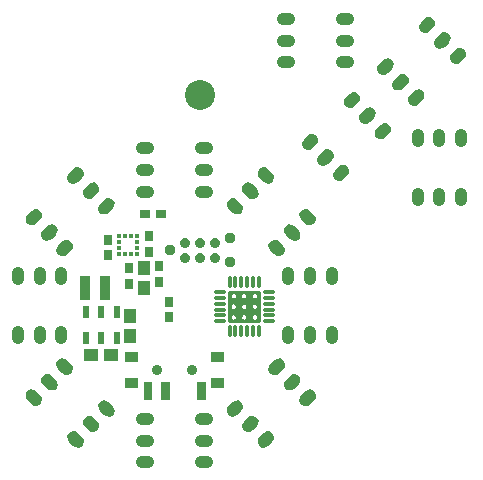
<source format=gts>
G04 DipTrace 2.4.0.2*
%INmale.gts*%
%MOMM*%
%ADD10C,0.25*%
%ADD20C,0.165*%
%ADD29R,0.5X1.0*%
%ADD47C,0.95*%
%ADD48C,0.9*%
%ADD49C,2.54*%
%ADD53R,0.325X0.3*%
%ADD54R,0.3X0.325*%
%ADD55R,0.75X0.95*%
%ADD56R,0.95X0.75*%
%ADD59O,1.55X1.05*%
%ADD60R,0.9X2.05*%
%ADD61R,1.05X1.15*%
%ADD62R,1.15X1.05*%
%ADD63O,1.05X1.55*%
%ADD67O,0.33X1.05*%
%ADD68O,1.05X0.33*%
%FSLAX53Y53*%
G04*
G71*
G90*
G75*
G01*
%LNTopMask*%
%LPD*%
X32226Y27262D2*
D20*
X32227Y27281D1*
X32228Y27301D1*
X32232Y27320D1*
X32236Y27339D1*
X32242Y27358D1*
X32249Y27376D1*
X32257Y27393D1*
X32266Y27410D1*
X32277Y27426D1*
X32288Y27442D1*
X32301Y27456D1*
X32314Y27470D1*
X32328Y27482D1*
X32343Y27494D1*
X32359Y27504D1*
X32376Y27513D1*
X32393Y27521D1*
X32410Y27528D1*
X32428Y27533D1*
X32446Y27537D1*
X32465Y27540D1*
X32483Y27541D1*
X32502D1*
X32520Y27540D1*
X32539Y27537D1*
X32557Y27533D1*
X32575Y27528D1*
X32592Y27521D1*
X32609Y27513D1*
X32626Y27504D1*
X32642Y27494D1*
X32657Y27482D1*
X32671Y27470D1*
X32684Y27456D1*
X32697Y27442D1*
X32708Y27426D1*
X32719Y27410D1*
X32728Y27393D1*
X32736Y27376D1*
X32743Y27358D1*
X32749Y27339D1*
X32753Y27320D1*
X32757Y27301D1*
X32758Y27281D1*
X32759Y27262D1*
X32758Y27242D1*
X32757Y27223D1*
X32753Y27204D1*
X32749Y27185D1*
X32743Y27166D1*
X32736Y27148D1*
X32728Y27131D1*
X32719Y27114D1*
X32708Y27098D1*
X32697Y27082D1*
X32684Y27068D1*
X32671Y27054D1*
X32657Y27042D1*
X32642Y27030D1*
X32626Y27020D1*
X32609Y27011D1*
X32592Y27003D1*
X32575Y26996D1*
X32557Y26991D1*
X32539Y26987D1*
X32520Y26984D1*
X32502Y26983D1*
X32483D1*
X32465Y26984D1*
X32446Y26987D1*
X32428Y26991D1*
X32410Y26996D1*
X32393Y27003D1*
X32376Y27011D1*
X32359Y27020D1*
X32343Y27030D1*
X32328Y27042D1*
X32314Y27054D1*
X32301Y27068D1*
X32288Y27082D1*
X32277Y27098D1*
X32266Y27114D1*
X32257Y27131D1*
X32249Y27148D1*
X32242Y27166D1*
X32236Y27185D1*
X32232Y27204D1*
X32228Y27223D1*
X32227Y27242D1*
X32226Y27262D1*
X33129D2*
X33130Y27281D1*
X33132Y27301D1*
X33135Y27320D1*
X33139Y27339D1*
X33145Y27358D1*
X33152Y27376D1*
X33160Y27393D1*
X33170Y27410D1*
X33180Y27426D1*
X33192Y27442D1*
X33204Y27456D1*
X33217Y27470D1*
X33232Y27482D1*
X33247Y27494D1*
X33262Y27504D1*
X33279Y27513D1*
X33296Y27521D1*
X33313Y27528D1*
X33331Y27533D1*
X33349Y27537D1*
X33368Y27540D1*
X33386Y27541D1*
X33405D1*
X33424Y27540D1*
X33442Y27537D1*
X33460Y27533D1*
X33478Y27528D1*
X33496Y27521D1*
X33513Y27513D1*
X33529Y27504D1*
X33545Y27494D1*
X33560Y27482D1*
X33574Y27470D1*
X33588Y27456D1*
X33600Y27442D1*
X33611Y27426D1*
X33622Y27410D1*
X33631Y27393D1*
X33639Y27376D1*
X33646Y27358D1*
X33652Y27339D1*
X33657Y27320D1*
X33660Y27301D1*
X33662Y27281D1*
Y27262D1*
Y27242D1*
X33660Y27223D1*
X33657Y27204D1*
X33652Y27185D1*
X33646Y27166D1*
X33639Y27148D1*
X33631Y27131D1*
X33622Y27114D1*
X33611Y27098D1*
X33600Y27082D1*
X33588Y27068D1*
X33574Y27054D1*
X33560Y27042D1*
X33545Y27030D1*
X33529Y27020D1*
X33513Y27011D1*
X33496Y27003D1*
X33478Y26996D1*
X33460Y26991D1*
X33442Y26987D1*
X33424Y26984D1*
X33405Y26983D1*
X33386D1*
X33368Y26984D1*
X33349Y26987D1*
X33331Y26991D1*
X33313Y26996D1*
X33296Y27003D1*
X33279Y27011D1*
X33262Y27020D1*
X33247Y27030D1*
X33232Y27042D1*
X33217Y27054D1*
X33204Y27068D1*
X33192Y27082D1*
X33180Y27098D1*
X33170Y27114D1*
X33160Y27131D1*
X33152Y27148D1*
X33145Y27166D1*
X33139Y27185D1*
X33135Y27204D1*
X33132Y27223D1*
X33130Y27242D1*
X33129Y27262D1*
X31319Y26365D2*
X31320Y26385D1*
X31322Y26404D1*
X31325Y26423D1*
X31330Y26442D1*
X31335Y26461D1*
X31342Y26479D1*
X31350Y26497D1*
X31360Y26513D1*
X31370Y26530D1*
X31382Y26545D1*
X31394Y26559D1*
X31407Y26573D1*
X31422Y26586D1*
X31437Y26597D1*
X31453Y26607D1*
X31469Y26617D1*
X31486Y26624D1*
X31503Y26631D1*
X31521Y26637D1*
X31540Y26641D1*
X31558Y26643D1*
X31577Y26645D1*
X31595D1*
X31614Y26643D1*
X31632Y26641D1*
X31650Y26637D1*
X31668Y26631D1*
X31686Y26624D1*
X31703Y26617D1*
X31719Y26607D1*
X31735Y26597D1*
X31750Y26586D1*
X31764Y26573D1*
X31778Y26559D1*
X31790Y26545D1*
X31802Y26530D1*
X31812Y26513D1*
X31821Y26497D1*
X31829Y26479D1*
X31836Y26461D1*
X31842Y26442D1*
X31847Y26423D1*
X31850Y26404D1*
X31852Y26385D1*
Y26365D1*
Y26346D1*
X31850Y26326D1*
X31847Y26307D1*
X31842Y26288D1*
X31836Y26270D1*
X31829Y26252D1*
X31821Y26234D1*
X31812Y26217D1*
X31802Y26201D1*
X31790Y26186D1*
X31778Y26171D1*
X31764Y26158D1*
X31750Y26145D1*
X31735Y26134D1*
X31719Y26123D1*
X31703Y26114D1*
X31686Y26106D1*
X31668Y26100D1*
X31650Y26094D1*
X31632Y26090D1*
X31614Y26087D1*
X31595Y26086D1*
X31577D1*
X31558Y26087D1*
X31540Y26090D1*
X31521Y26094D1*
X31503Y26100D1*
X31486Y26106D1*
X31469Y26114D1*
X31453Y26123D1*
X31437Y26134D1*
X31422Y26145D1*
X31407Y26158D1*
X31394Y26171D1*
X31382Y26186D1*
X31370Y26201D1*
X31360Y26217D1*
X31350Y26234D1*
X31342Y26252D1*
X31335Y26270D1*
X31330Y26288D1*
X31325Y26307D1*
X31322Y26326D1*
X31320Y26346D1*
X31319Y26365D1*
X32219Y26362D2*
X32220Y26382D1*
X32222Y26401D1*
X32225Y26420D1*
X32229Y26439D1*
X32235Y26458D1*
X32242Y26476D1*
X32250Y26493D1*
X32260Y26510D1*
X32270Y26526D1*
X32281Y26542D1*
X32294Y26556D1*
X32307Y26570D1*
X32322Y26582D1*
X32337Y26594D1*
X32352Y26604D1*
X32369Y26613D1*
X32386Y26621D1*
X32403Y26628D1*
X32421Y26633D1*
X32439Y26637D1*
X32458Y26640D1*
X32476Y26641D1*
X32495D1*
X32514Y26640D1*
X32532Y26637D1*
X32550Y26633D1*
X32568Y26628D1*
X32586Y26621D1*
X32603Y26613D1*
X32619Y26604D1*
X32635Y26594D1*
X32650Y26582D1*
X32664Y26570D1*
X32677Y26556D1*
X32690Y26542D1*
X32701Y26526D1*
X32712Y26510D1*
X32721Y26493D1*
X32729Y26476D1*
X32736Y26458D1*
X32742Y26439D1*
X32746Y26420D1*
X32750Y26401D1*
X32752Y26382D1*
Y26362D1*
Y26343D1*
X32750Y26323D1*
X32746Y26304D1*
X32742Y26285D1*
X32736Y26267D1*
X32729Y26248D1*
X32721Y26231D1*
X32712Y26214D1*
X32701Y26198D1*
X32690Y26183D1*
X32677Y26168D1*
X32664Y26155D1*
X32650Y26142D1*
X32635Y26131D1*
X32619Y26120D1*
X32603Y26111D1*
X32586Y26103D1*
X32568Y26096D1*
X32550Y26091D1*
X32532Y26087D1*
X32514Y26084D1*
X32495Y26083D1*
X32476D1*
X32458Y26084D1*
X32439Y26087D1*
X32421Y26091D1*
X32403Y26096D1*
X32386Y26103D1*
X32369Y26111D1*
X32352Y26120D1*
X32337Y26131D1*
X32322Y26142D1*
X32307Y26155D1*
X32294Y26168D1*
X32281Y26183D1*
X32270Y26198D1*
X32260Y26214D1*
X32250Y26231D1*
X32242Y26248D1*
X32235Y26267D1*
X32229Y26285D1*
X32225Y26304D1*
X32222Y26323D1*
X32220Y26343D1*
X32219Y26362D1*
X32229D2*
X32230Y26382D1*
X32232Y26401D1*
X32235Y26420D1*
X32240Y26439D1*
X32245Y26458D1*
X32252Y26476D1*
X32260Y26493D1*
X32270Y26510D1*
X32280Y26526D1*
X32292Y26542D1*
X32304Y26556D1*
X32317Y26570D1*
X32332Y26582D1*
X32347Y26594D1*
X32363Y26604D1*
X32379Y26613D1*
X32396Y26621D1*
X32413Y26628D1*
X32431Y26633D1*
X32450Y26637D1*
X32468Y26640D1*
X32487Y26641D1*
X32505D1*
X32524Y26640D1*
X32542Y26637D1*
X32560Y26633D1*
X32578Y26628D1*
X32596Y26621D1*
X32613Y26613D1*
X32629Y26604D1*
X32645Y26594D1*
X32660Y26582D1*
X32674Y26570D1*
X32688Y26556D1*
X32700Y26542D1*
X32712Y26526D1*
X32722Y26510D1*
X32731Y26493D1*
X32739Y26476D1*
X32746Y26458D1*
X32752Y26439D1*
X32757Y26420D1*
X32760Y26401D1*
X32762Y26382D1*
X32763Y26362D1*
X32762Y26343D1*
X32760Y26323D1*
X32757Y26304D1*
X32752Y26285D1*
X32746Y26267D1*
X32739Y26248D1*
X32731Y26231D1*
X32722Y26214D1*
X32712Y26198D1*
X32700Y26183D1*
X32688Y26168D1*
X32674Y26155D1*
X32660Y26142D1*
X32645Y26131D1*
X32629Y26120D1*
X32613Y26111D1*
X32596Y26103D1*
X32578Y26096D1*
X32560Y26091D1*
X32542Y26087D1*
X32524Y26084D1*
X32505Y26083D1*
X32487D1*
X32468Y26084D1*
X32450Y26087D1*
X32431Y26091D1*
X32413Y26096D1*
X32396Y26103D1*
X32379Y26111D1*
X32363Y26120D1*
X32347Y26131D1*
X32332Y26142D1*
X32317Y26155D1*
X32304Y26168D1*
X32292Y26183D1*
X32280Y26198D1*
X32270Y26214D1*
X32260Y26231D1*
X32252Y26248D1*
X32245Y26267D1*
X32240Y26285D1*
X32235Y26304D1*
X32232Y26323D1*
X32230Y26343D1*
X32229Y26362D1*
X33126Y26369D2*
Y26388D1*
X33128Y26408D1*
X33132Y26427D1*
X33136Y26446D1*
X33142Y26464D1*
X33149Y26482D1*
X33157Y26500D1*
X33166Y26517D1*
X33177Y26533D1*
X33188Y26548D1*
X33201Y26563D1*
X33214Y26576D1*
X33228Y26589D1*
X33243Y26600D1*
X33259Y26610D1*
X33275Y26620D1*
X33292Y26628D1*
X33310Y26634D1*
X33328Y26640D1*
X33346Y26644D1*
X33364Y26646D1*
X33383Y26648D1*
X33402D1*
X33420Y26646D1*
X33439Y26644D1*
X33457Y26640D1*
X33475Y26634D1*
X33492Y26628D1*
X33509Y26620D1*
X33526Y26610D1*
X33541Y26600D1*
X33556Y26589D1*
X33571Y26576D1*
X33584Y26563D1*
X33597Y26548D1*
X33608Y26533D1*
X33618Y26517D1*
X33628Y26500D1*
X33636Y26482D1*
X33643Y26464D1*
X33649Y26446D1*
X33653Y26427D1*
X33656Y26408D1*
X33658Y26388D1*
X33659Y26369D1*
X33658Y26349D1*
X33656Y26330D1*
X33653Y26311D1*
X33649Y26292D1*
X33643Y26273D1*
X33636Y26255D1*
X33628Y26238D1*
X33618Y26221D1*
X33608Y26205D1*
X33597Y26189D1*
X33584Y26175D1*
X33571Y26161D1*
X33556Y26149D1*
X33541Y26137D1*
X33526Y26127D1*
X33509Y26118D1*
X33492Y26110D1*
X33475Y26103D1*
X33457Y26098D1*
X33439Y26094D1*
X33420Y26091D1*
X33402Y26090D1*
X33383D1*
X33364Y26091D1*
X33346Y26094D1*
X33328Y26098D1*
X33310Y26103D1*
X33292Y26110D1*
X33275Y26118D1*
X33259Y26127D1*
X33243Y26137D1*
X33228Y26149D1*
X33214Y26161D1*
X33201Y26175D1*
X33188Y26189D1*
X33177Y26205D1*
X33166Y26221D1*
X33157Y26238D1*
X33149Y26255D1*
X33142Y26273D1*
X33136Y26292D1*
X33132Y26311D1*
X33128Y26330D1*
X33126Y26349D1*
Y26369D1*
X32222Y25462D2*
X32223Y25481D1*
X32225Y25501D1*
X32228Y25520D1*
X32233Y25539D1*
X32239Y25557D1*
X32246Y25575D1*
X32254Y25593D1*
X32263Y25610D1*
X32273Y25626D1*
X32285Y25641D1*
X32297Y25656D1*
X32311Y25669D1*
X32325Y25682D1*
X32340Y25693D1*
X32356Y25704D1*
X32372Y25713D1*
X32389Y25721D1*
X32407Y25727D1*
X32425Y25733D1*
X32443Y25737D1*
X32461Y25740D1*
X32480Y25741D1*
X32498D1*
X32517Y25740D1*
X32535Y25737D1*
X32554Y25733D1*
X32571Y25727D1*
X32589Y25721D1*
X32606Y25713D1*
X32622Y25704D1*
X32638Y25693D1*
X32653Y25682D1*
X32667Y25669D1*
X32681Y25656D1*
X32693Y25641D1*
X32705Y25626D1*
X32715Y25610D1*
X32724Y25593D1*
X32733Y25575D1*
X32740Y25557D1*
X32745Y25539D1*
X32750Y25520D1*
X32753Y25501D1*
X32755Y25481D1*
X32756Y25462D1*
X32755Y25442D1*
X32753Y25423D1*
X32750Y25404D1*
X32745Y25385D1*
X32740Y25366D1*
X32733Y25348D1*
X32724Y25331D1*
X32715Y25314D1*
X32705Y25298D1*
X32693Y25282D1*
X32681Y25268D1*
X32667Y25254D1*
X32653Y25242D1*
X32638Y25230D1*
X32622Y25220D1*
X32606Y25211D1*
X32589Y25203D1*
X32571Y25196D1*
X32554Y25191D1*
X32535Y25187D1*
X32517Y25184D1*
X32498Y25183D1*
X32480D1*
X32461Y25184D1*
X32443Y25187D1*
X32425Y25191D1*
X32407Y25196D1*
X32389Y25203D1*
X32372Y25211D1*
X32356Y25220D1*
X32340Y25230D1*
X32325Y25242D1*
X32311Y25254D1*
X32297Y25268D1*
X32285Y25282D1*
X32273Y25298D1*
X32263Y25314D1*
X32254Y25331D1*
X32246Y25348D1*
X32239Y25366D1*
X32233Y25385D1*
X32228Y25404D1*
X32225Y25423D1*
X32223Y25442D1*
X32222Y25462D1*
X31326D2*
X31327Y25481D1*
X31329Y25501D1*
X31332Y25520D1*
X31336Y25539D1*
X31342Y25557D1*
X31349Y25575D1*
X31357Y25593D1*
X31367Y25610D1*
X31377Y25626D1*
X31388Y25641D1*
X31401Y25656D1*
X31414Y25669D1*
X31428Y25682D1*
X31444Y25693D1*
X31459Y25704D1*
X31476Y25713D1*
X31493Y25721D1*
X31510Y25727D1*
X31528Y25733D1*
X31546Y25737D1*
X31565Y25740D1*
X31583Y25741D1*
X31602D1*
X31620Y25740D1*
X31639Y25737D1*
X31657Y25733D1*
X31675Y25727D1*
X31692Y25721D1*
X31709Y25713D1*
X31726Y25704D1*
X31742Y25693D1*
X31757Y25682D1*
X31771Y25669D1*
X31784Y25656D1*
X31797Y25641D1*
X31808Y25626D1*
X31819Y25610D1*
X31828Y25593D1*
X31836Y25575D1*
X31843Y25557D1*
X31849Y25539D1*
X31853Y25520D1*
X31857Y25501D1*
X31859Y25481D1*
Y25462D1*
Y25442D1*
X31857Y25423D1*
X31853Y25404D1*
X31849Y25385D1*
X31843Y25366D1*
X31836Y25348D1*
X31828Y25331D1*
X31819Y25314D1*
X31808Y25298D1*
X31797Y25282D1*
X31784Y25268D1*
X31771Y25254D1*
X31757Y25242D1*
X31742Y25230D1*
X31726Y25220D1*
X31709Y25211D1*
X31692Y25203D1*
X31675Y25196D1*
X31657Y25191D1*
X31639Y25187D1*
X31620Y25184D1*
X31602Y25183D1*
X31583D1*
X31565Y25184D1*
X31546Y25187D1*
X31528Y25191D1*
X31510Y25196D1*
X31493Y25203D1*
X31476Y25211D1*
X31459Y25220D1*
X31444Y25230D1*
X31428Y25242D1*
X31414Y25254D1*
X31401Y25268D1*
X31388Y25282D1*
X31377Y25298D1*
X31367Y25314D1*
X31357Y25331D1*
X31349Y25348D1*
X31342Y25366D1*
X31336Y25385D1*
X31332Y25404D1*
X31329Y25423D1*
X31327Y25442D1*
X31326Y25462D1*
X33129D2*
X33130Y25481D1*
X33132Y25501D1*
X33135Y25520D1*
X33139Y25539D1*
X33145Y25557D1*
X33152Y25575D1*
X33160Y25593D1*
X33170Y25610D1*
X33180Y25626D1*
X33192Y25641D1*
X33204Y25656D1*
X33217Y25669D1*
X33232Y25682D1*
X33247Y25693D1*
X33262Y25704D1*
X33279Y25713D1*
X33296Y25721D1*
X33313Y25727D1*
X33331Y25733D1*
X33349Y25737D1*
X33368Y25740D1*
X33386Y25741D1*
X33405D1*
X33424Y25740D1*
X33442Y25737D1*
X33460Y25733D1*
X33478Y25727D1*
X33496Y25721D1*
X33513Y25713D1*
X33529Y25704D1*
X33545Y25693D1*
X33560Y25682D1*
X33574Y25669D1*
X33588Y25656D1*
X33600Y25641D1*
X33611Y25626D1*
X33622Y25610D1*
X33631Y25593D1*
X33639Y25575D1*
X33646Y25557D1*
X33652Y25539D1*
X33657Y25520D1*
X33660Y25501D1*
X33662Y25481D1*
Y25462D1*
Y25442D1*
X33660Y25423D1*
X33657Y25404D1*
X33652Y25385D1*
X33646Y25366D1*
X33639Y25348D1*
X33631Y25331D1*
X33622Y25314D1*
X33611Y25298D1*
X33600Y25282D1*
X33588Y25268D1*
X33574Y25254D1*
X33560Y25242D1*
X33545Y25230D1*
X33529Y25220D1*
X33513Y25211D1*
X33496Y25203D1*
X33478Y25196D1*
X33460Y25191D1*
X33442Y25187D1*
X33424Y25184D1*
X33405Y25183D1*
X33386D1*
X33368Y25184D1*
X33349Y25187D1*
X33331Y25191D1*
X33313Y25196D1*
X33296Y25203D1*
X33279Y25211D1*
X33262Y25220D1*
X33247Y25230D1*
X33232Y25242D1*
X33217Y25254D1*
X33204Y25268D1*
X33192Y25282D1*
X33180Y25298D1*
X33170Y25314D1*
X33160Y25331D1*
X33152Y25348D1*
X33145Y25366D1*
X33139Y25385D1*
X33135Y25404D1*
X33132Y25423D1*
X33130Y25442D1*
X33129Y25462D1*
X31236Y27632D2*
D10*
X33726D1*
Y25105D1*
X31236D1*
Y27632D1*
G36*
X31830Y27572D2*
X32310D1*
Y25189D1*
X31830D1*
Y27572D1*
G37*
G36*
X31273Y26165D2*
X33750D1*
Y25699D1*
X31273D1*
Y26165D1*
G37*
G36*
X31290Y27025D2*
X33649D1*
Y26559D1*
X31290D1*
Y27025D1*
G37*
G36*
X32719Y27665D2*
X33193D1*
Y25195D1*
X32719D1*
Y27665D1*
G37*
X31353Y27249D2*
D20*
Y27268D1*
X31355Y27288D1*
X31358Y27307D1*
X31363Y27326D1*
X31369Y27344D1*
X31376Y27362D1*
X31384Y27380D1*
X31393Y27397D1*
X31404Y27413D1*
X31415Y27428D1*
X31427Y27443D1*
X31441Y27456D1*
X31455Y27469D1*
X31470Y27480D1*
X31486Y27491D1*
X31502Y27500D1*
X31519Y27508D1*
X31537Y27514D1*
X31555Y27520D1*
X31573Y27524D1*
X31591Y27527D1*
X31610Y27528D1*
X31629D1*
X31647Y27527D1*
X31666Y27524D1*
X31684Y27520D1*
X31702Y27514D1*
X31719Y27508D1*
X31736Y27500D1*
X31753Y27491D1*
X31768Y27480D1*
X31783Y27469D1*
X31798Y27456D1*
X31811Y27443D1*
X31823Y27428D1*
X31835Y27413D1*
X31845Y27397D1*
X31855Y27380D1*
X31863Y27362D1*
X31870Y27344D1*
X31876Y27326D1*
X31880Y27307D1*
X31883Y27288D1*
X31885Y27268D1*
X31886Y27249D1*
X31885Y27229D1*
X31883Y27210D1*
X31880Y27191D1*
X31876Y27172D1*
X31870Y27153D1*
X31863Y27135D1*
X31855Y27117D1*
X31845Y27101D1*
X31835Y27084D1*
X31823Y27069D1*
X31811Y27055D1*
X31798Y27041D1*
X31783Y27028D1*
X31768Y27017D1*
X31753Y27007D1*
X31736Y26997D1*
X31719Y26990D1*
X31702Y26983D1*
X31684Y26977D1*
X31666Y26973D1*
X31647Y26971D1*
X31629Y26969D1*
X31610D1*
X31591Y26971D1*
X31573Y26973D1*
X31555Y26977D1*
X31537Y26983D1*
X31519Y26990D1*
X31502Y26997D1*
X31486Y27007D1*
X31470Y27017D1*
X31455Y27028D1*
X31441Y27041D1*
X31427Y27055D1*
X31415Y27069D1*
X31404Y27084D1*
X31393Y27101D1*
X31384Y27117D1*
X31376Y27135D1*
X31369Y27153D1*
X31363Y27172D1*
X31358Y27191D1*
X31355Y27210D1*
X31353Y27229D1*
Y27249D1*
D68*
X30446Y27615D3*
Y27115D3*
Y26615D3*
Y26115D3*
Y25615D3*
Y25115D3*
D67*
X31246Y24315D3*
X31746D3*
X32246D3*
X32746D3*
X33246D3*
X33746D3*
D68*
X34546Y25115D3*
Y25615D3*
Y26115D3*
Y26615D3*
Y27115D3*
Y27615D3*
D67*
X33746Y28415D3*
X33246D3*
X32746D3*
X32246D3*
X31746D3*
X31246D3*
D29*
X19077Y23665D3*
X20377D3*
X21677D3*
Y25865D3*
X20377D3*
X19077D3*
G36*
X27894Y31754D2*
X27888Y31827D1*
X27869Y31898D1*
X27838Y31964D1*
X27796Y32023D1*
X27745Y32075D1*
X27685Y32117D1*
X27619Y32148D1*
X27548Y32167D1*
X27476Y32173D1*
D1*
X27403Y32167D1*
X27332Y32148D1*
X27266Y32117D1*
X27206Y32075D1*
X27155Y32023D1*
X27113Y31964D1*
X27082Y31898D1*
X27063Y31827D1*
X27057Y31754D1*
D1*
X27063Y31682D1*
X27082Y31611D1*
X27113Y31545D1*
X27155Y31485D1*
X27206Y31433D1*
X27266Y31392D1*
X27332Y31361D1*
X27403Y31342D1*
X27476Y31335D1*
D1*
X27548Y31342D1*
X27619Y31361D1*
X27685Y31392D1*
X27745Y31433D1*
X27796Y31485D1*
X27838Y31545D1*
X27869Y31611D1*
X27888Y31682D1*
X27894Y31754D1*
G37*
G36*
X29164D2*
X29158Y31827D1*
X29139Y31898D1*
X29108Y31964D1*
X29066Y32023D1*
X29015Y32075D1*
X28955Y32117D1*
X28889Y32148D1*
X28818Y32167D1*
X28746Y32173D1*
D1*
X28673Y32167D1*
X28602Y32148D1*
X28536Y32117D1*
X28476Y32075D1*
X28425Y32023D1*
X28383Y31964D1*
X28352Y31898D1*
X28333Y31827D1*
X28327Y31754D1*
D1*
X28333Y31682D1*
X28352Y31611D1*
X28383Y31545D1*
X28425Y31485D1*
X28476Y31433D1*
X28536Y31392D1*
X28602Y31361D1*
X28673Y31342D1*
X28746Y31335D1*
D1*
X28818Y31342D1*
X28889Y31361D1*
X28955Y31392D1*
X29015Y31433D1*
X29066Y31485D1*
X29108Y31545D1*
X29139Y31611D1*
X29158Y31682D1*
X29164Y31754D1*
G37*
G36*
X30434D2*
X30428Y31827D1*
X30409Y31898D1*
X30378Y31964D1*
X30336Y32023D1*
X30285Y32075D1*
X30225Y32117D1*
X30159Y32148D1*
X30088Y32167D1*
X30016Y32173D1*
D1*
X29943Y32167D1*
X29872Y32148D1*
X29806Y32117D1*
X29746Y32075D1*
X29695Y32023D1*
X29653Y31964D1*
X29622Y31898D1*
X29603Y31827D1*
X29597Y31754D1*
D1*
X29603Y31682D1*
X29622Y31611D1*
X29653Y31545D1*
X29695Y31485D1*
X29746Y31433D1*
X29806Y31392D1*
X29872Y31361D1*
X29943Y31342D1*
X30016Y31335D1*
D1*
X30088Y31342D1*
X30159Y31361D1*
X30225Y31392D1*
X30285Y31433D1*
X30336Y31485D1*
X30378Y31545D1*
X30409Y31611D1*
X30428Y31682D1*
X30434Y31754D1*
G37*
G36*
Y30484D2*
X30428Y30557D1*
X30409Y30628D1*
X30378Y30694D1*
X30336Y30753D1*
X30285Y30805D1*
X30225Y30847D1*
X30159Y30878D1*
X30088Y30897D1*
X30016Y30903D1*
D1*
X29943Y30897D1*
X29872Y30878D1*
X29806Y30847D1*
X29746Y30805D1*
X29695Y30753D1*
X29653Y30694D1*
X29622Y30628D1*
X29603Y30557D1*
X29597Y30484D1*
D1*
X29603Y30412D1*
X29622Y30341D1*
X29653Y30275D1*
X29695Y30215D1*
X29746Y30163D1*
X29806Y30122D1*
X29872Y30091D1*
X29943Y30072D1*
X30016Y30065D1*
D1*
X30088Y30072D1*
X30159Y30091D1*
X30225Y30122D1*
X30285Y30163D1*
X30336Y30215D1*
X30378Y30275D1*
X30409Y30341D1*
X30428Y30412D1*
X30434Y30484D1*
G37*
G36*
X29164D2*
X29158Y30557D1*
X29139Y30628D1*
X29108Y30694D1*
X29066Y30753D1*
X29015Y30805D1*
X28955Y30847D1*
X28889Y30878D1*
X28818Y30897D1*
X28746Y30903D1*
D1*
X28673Y30897D1*
X28602Y30878D1*
X28536Y30847D1*
X28476Y30805D1*
X28425Y30753D1*
X28383Y30694D1*
X28352Y30628D1*
X28333Y30557D1*
X28327Y30484D1*
D1*
X28333Y30412D1*
X28352Y30341D1*
X28383Y30275D1*
X28425Y30215D1*
X28476Y30163D1*
X28536Y30122D1*
X28602Y30091D1*
X28673Y30072D1*
X28746Y30065D1*
D1*
X28818Y30072D1*
X28889Y30091D1*
X28955Y30122D1*
X29015Y30163D1*
X29066Y30215D1*
X29108Y30275D1*
X29139Y30341D1*
X29158Y30412D1*
X29164Y30484D1*
G37*
G36*
X27894D2*
X27888Y30557D1*
X27869Y30628D1*
X27838Y30694D1*
X27796Y30753D1*
X27745Y30805D1*
X27685Y30847D1*
X27619Y30878D1*
X27548Y30897D1*
X27476Y30903D1*
D1*
X27403Y30897D1*
X27332Y30878D1*
X27266Y30847D1*
X27206Y30805D1*
X27155Y30753D1*
X27113Y30694D1*
X27082Y30628D1*
X27063Y30557D1*
X27057Y30484D1*
D1*
X27063Y30412D1*
X27082Y30341D1*
X27113Y30275D1*
X27155Y30215D1*
X27206Y30163D1*
X27266Y30122D1*
X27332Y30091D1*
X27403Y30072D1*
X27476Y30065D1*
D1*
X27548Y30072D1*
X27619Y30091D1*
X27685Y30122D1*
X27745Y30163D1*
X27796Y30215D1*
X27838Y30275D1*
X27869Y30341D1*
X27888Y30412D1*
X27894Y30484D1*
G37*
D47*
X26206Y31119D3*
X31286Y32135D3*
Y30103D3*
D63*
X39930Y28985D3*
X38080D3*
X36230D3*
Y23985D3*
X38080D3*
X39930D3*
D62*
X19547Y22230D3*
X21247D3*
D61*
X22859Y25603D3*
Y23903D3*
D60*
X19022Y27923D3*
X20722D3*
G36*
X38408Y18466D2*
X38531Y18662D1*
X38557Y18894D1*
X38480Y19115D1*
X38315Y19280D1*
X38094Y19358D1*
X37861Y19331D1*
X37666Y19209D1*
X37308Y18851D1*
X37185Y18655D1*
X37159Y18423D1*
X37236Y18202D1*
X37402Y18037D1*
X37623Y17959D1*
X37855Y17986D1*
X38051Y18109D1*
X38408Y18466D1*
G37*
G36*
X37100Y19774D2*
X37223Y19970D1*
X37249Y20202D1*
X37172Y20423D1*
X37007Y20588D1*
X36786Y20666D1*
X36553Y20640D1*
X36358Y20517D1*
X36000Y20159D1*
X35877Y19963D1*
X35851Y19731D1*
X35928Y19510D1*
X36094Y19345D1*
X36314Y19268D1*
X36547Y19294D1*
X36743Y19417D1*
X37100Y19774D1*
G37*
G36*
X35792Y21082D2*
X35915Y21278D1*
X35941Y21510D1*
X35864Y21731D1*
X35698Y21897D1*
X35478Y21974D1*
X35245Y21948D1*
X35049Y21825D1*
X34692Y21467D1*
X34569Y21272D1*
X34543Y21039D1*
X34620Y20818D1*
X34785Y20653D1*
X35006Y20576D1*
X35239Y20602D1*
X35434Y20725D1*
X35792Y21082D1*
G37*
G36*
X32256Y17547D2*
X32379Y17742D1*
X32406Y17975D1*
X32328Y18196D1*
X32163Y18361D1*
X31942Y18438D1*
X31710Y18412D1*
X31514Y18289D1*
X31156Y17932D1*
X31033Y17736D1*
X31007Y17504D1*
X31085Y17283D1*
X31250Y17117D1*
X31471Y17040D1*
X31703Y17066D1*
X31899Y17189D1*
X32256Y17547D1*
G37*
G36*
X33565Y16239D2*
X33687Y16434D1*
X33714Y16667D1*
X33636Y16888D1*
X33471Y17053D1*
X33250Y17130D1*
X33018Y17104D1*
X32822Y16981D1*
X32465Y16624D1*
X32342Y16428D1*
X32315Y16195D1*
X32393Y15975D1*
X32558Y15809D1*
X32779Y15732D1*
X33011Y15758D1*
X33207Y15881D1*
X33565Y16239D1*
G37*
G36*
X34873Y14931D2*
X34996Y15126D1*
X35022Y15359D1*
X34945Y15579D1*
X34779Y15745D1*
X34558Y15822D1*
X34326Y15796D1*
X34130Y15673D1*
X33773Y15315D1*
X33650Y15120D1*
X33624Y14887D1*
X33701Y14667D1*
X33866Y14501D1*
X34087Y14424D1*
X34320Y14450D1*
X34515Y14573D1*
X34873Y14931D1*
G37*
D59*
X29121Y13176D3*
Y15026D3*
Y16876D3*
X24121D3*
Y15026D3*
Y13176D3*
G36*
X18403Y15673D2*
X18208Y15796D1*
X17975Y15822D1*
X17755Y15745D1*
X17589Y15579D1*
X17512Y15359D1*
X17538Y15126D1*
X17661Y14931D1*
X18019Y14573D1*
X18214Y14450D1*
X18447Y14424D1*
X18667Y14501D1*
X18833Y14667D1*
X18910Y14887D1*
X18884Y15120D1*
X18761Y15315D1*
X18403Y15673D1*
G37*
G36*
X19712Y16981D2*
X19516Y17104D1*
X19283Y17130D1*
X19063Y17053D1*
X18897Y16888D1*
X18820Y16667D1*
X18846Y16434D1*
X18969Y16239D1*
X19327Y15881D1*
X19522Y15758D1*
X19755Y15732D1*
X19976Y15809D1*
X20141Y15975D1*
X20218Y16195D1*
X20192Y16428D1*
X20069Y16624D1*
X19712Y16981D1*
G37*
G36*
X21020Y18289D2*
X20824Y18412D1*
X20592Y18438D1*
X20371Y18361D1*
X20205Y18196D1*
X20128Y17975D1*
X20154Y17742D1*
X20277Y17547D1*
X20635Y17189D1*
X20830Y17066D1*
X21063Y17040D1*
X21284Y17117D1*
X21449Y17283D1*
X21526Y17504D1*
X21500Y17736D1*
X21377Y17932D1*
X21020Y18289D1*
G37*
G36*
X17484Y21825D2*
X17289Y21948D1*
X17056Y21974D1*
X16835Y21897D1*
X16670Y21731D1*
X16593Y21510D1*
X16619Y21278D1*
X16742Y21082D1*
X17099Y20725D1*
X17295Y20602D1*
X17527Y20576D1*
X17748Y20653D1*
X17914Y20818D1*
X17991Y21039D1*
X17965Y21272D1*
X17842Y21467D1*
X17484Y21825D1*
G37*
G36*
X16176Y20517D2*
X15980Y20640D1*
X15748Y20666D1*
X15527Y20588D1*
X15362Y20423D1*
X15284Y20202D1*
X15311Y19970D1*
X15434Y19774D1*
X15791Y19417D1*
X15987Y19294D1*
X16219Y19268D1*
X16440Y19345D1*
X16605Y19510D1*
X16683Y19731D1*
X16656Y19963D1*
X16534Y20159D1*
X16176Y20517D1*
G37*
G36*
X14868Y19209D2*
X14672Y19331D1*
X14440Y19358D1*
X14219Y19280D1*
X14054Y19115D1*
X13976Y18894D1*
X14003Y18662D1*
X14125Y18466D1*
X14483Y18109D1*
X14679Y17986D1*
X14911Y17959D1*
X15132Y18037D1*
X15297Y18202D1*
X15375Y18423D1*
X15348Y18655D1*
X15225Y18851D1*
X14868Y19209D1*
G37*
D63*
X13311Y23985D3*
X15161D3*
X17011D3*
Y28985D3*
X15161D3*
X13311D3*
G36*
X14125Y34138D2*
X14003Y33942D1*
X13976Y33710D1*
X14054Y33489D1*
X14219Y33323D1*
X14440Y33246D1*
X14672Y33272D1*
X14868Y33395D1*
X15225Y33753D1*
X15348Y33948D1*
X15375Y34181D1*
X15297Y34402D1*
X15132Y34567D1*
X14911Y34644D1*
X14679Y34618D1*
X14483Y34495D1*
X14125Y34138D1*
G37*
G36*
X15434Y32830D2*
X15311Y32634D1*
X15284Y32401D1*
X15362Y32181D1*
X15527Y32015D1*
X15748Y31938D1*
X15980Y31964D1*
X16176Y32087D1*
X16534Y32445D1*
X16656Y32640D1*
X16683Y32873D1*
X16605Y33094D1*
X16440Y33259D1*
X16219Y33336D1*
X15987Y33310D1*
X15791Y33187D1*
X15434Y32830D1*
G37*
G36*
X16742Y31521D2*
X16619Y31326D1*
X16593Y31093D1*
X16670Y30873D1*
X16835Y30707D1*
X17056Y30630D1*
X17289Y30656D1*
X17484Y30779D1*
X17842Y31137D1*
X17965Y31332D1*
X17991Y31565D1*
X17914Y31785D1*
X17748Y31951D1*
X17527Y32028D1*
X17295Y32002D1*
X17099Y31879D1*
X16742Y31521D1*
G37*
G36*
X20277Y35057D2*
X20154Y34861D1*
X20128Y34629D1*
X20205Y34408D1*
X20371Y34243D1*
X20592Y34165D1*
X20824Y34192D1*
X21020Y34315D1*
X21377Y34672D1*
X21500Y34868D1*
X21526Y35100D1*
X21449Y35321D1*
X21284Y35486D1*
X21063Y35564D1*
X20830Y35537D1*
X20635Y35415D1*
X20277Y35057D1*
G37*
G36*
X18969Y36365D2*
X18846Y36169D1*
X18820Y35937D1*
X18897Y35716D1*
X19063Y35551D1*
X19283Y35474D1*
X19516Y35500D1*
X19712Y35623D1*
X20069Y35980D1*
X20192Y36176D1*
X20218Y36408D1*
X20141Y36629D1*
X19976Y36794D1*
X19755Y36872D1*
X19522Y36846D1*
X19327Y36723D1*
X18969Y36365D1*
G37*
G36*
X17661Y37673D2*
X17538Y37478D1*
X17512Y37245D1*
X17589Y37024D1*
X17755Y36859D1*
X17975Y36782D1*
X18208Y36808D1*
X18403Y36931D1*
X18761Y37288D1*
X18884Y37484D1*
X18910Y37716D1*
X18833Y37937D1*
X18667Y38103D1*
X18447Y38180D1*
X18214Y38154D1*
X18019Y38031D1*
X17661Y37673D1*
G37*
D59*
X24121Y39794D3*
Y37944D3*
Y36094D3*
X29121D3*
Y37944D3*
Y39794D3*
G36*
X34130Y36931D2*
X34326Y36808D1*
X34558Y36782D1*
X34779Y36859D1*
X34944Y37024D1*
X35022Y37245D1*
X34996Y37478D1*
X34873Y37673D1*
X34515Y38031D1*
X34319Y38154D1*
X34087Y38180D1*
X33866Y38103D1*
X33701Y37937D1*
X33624Y37716D1*
X33650Y37484D1*
X33773Y37288D1*
X34130Y36931D1*
G37*
G36*
X32822Y35623D2*
X33018Y35500D1*
X33250Y35474D1*
X33471Y35551D1*
X33636Y35716D1*
X33714Y35937D1*
X33687Y36169D1*
X33564Y36365D1*
X33207Y36723D1*
X33011Y36846D1*
X32779Y36872D1*
X32558Y36794D1*
X32393Y36629D1*
X32315Y36408D1*
X32342Y36176D1*
X32465Y35980D1*
X32822Y35623D1*
G37*
G36*
X31514Y34314D2*
X31710Y34192D1*
X31942Y34165D1*
X32163Y34243D1*
X32328Y34408D1*
X32405Y34629D1*
X32379Y34861D1*
X32256Y35057D1*
X31899Y35414D1*
X31703Y35537D1*
X31471Y35564D1*
X31250Y35486D1*
X31085Y35321D1*
X31007Y35100D1*
X31033Y34868D1*
X31156Y34672D1*
X31514Y34314D1*
G37*
G36*
X35049Y30779D2*
X35245Y30656D1*
X35478Y30630D1*
X35698Y30707D1*
X35864Y30872D1*
X35941Y31093D1*
X35915Y31326D1*
X35792Y31521D1*
X35434Y31879D1*
X35239Y32002D1*
X35006Y32028D1*
X34785Y31951D1*
X34620Y31785D1*
X34543Y31565D1*
X34569Y31332D1*
X34692Y31136D1*
X35049Y30779D1*
G37*
G36*
X36358Y32087D2*
X36553Y31964D1*
X36786Y31938D1*
X37006Y32015D1*
X37172Y32181D1*
X37249Y32401D1*
X37223Y32634D1*
X37100Y32830D1*
X36742Y33187D1*
X36547Y33310D1*
X36314Y33336D1*
X36094Y33259D1*
X35928Y33094D1*
X35851Y32873D1*
X35877Y32640D1*
X36000Y32445D1*
X36358Y32087D1*
G37*
G36*
X37666Y33395D2*
X37861Y33272D1*
X38094Y33246D1*
X38315Y33323D1*
X38480Y33489D1*
X38557Y33710D1*
X38531Y33942D1*
X38408Y34138D1*
X38051Y34495D1*
X37855Y34618D1*
X37623Y34644D1*
X37402Y34567D1*
X37236Y34402D1*
X37159Y34181D1*
X37185Y33948D1*
X37308Y33753D1*
X37666Y33395D1*
G37*
G36*
X30764Y20284D2*
Y19434D1*
X29714D1*
Y20284D1*
X30764D1*
G37*
G36*
Y22484D2*
Y21634D1*
X29714D1*
Y22484D1*
X30764D1*
G37*
G36*
X23464D2*
Y21634D1*
X22414D1*
Y22484D1*
X23464D1*
G37*
G36*
Y20284D2*
Y19434D1*
X22414D1*
Y20284D1*
X23464D1*
G37*
G36*
X24714Y19984D2*
Y18434D1*
X23964D1*
Y19984D1*
X24714D1*
G37*
G36*
X26214D2*
Y18434D1*
X25464D1*
Y19984D1*
X26214D1*
G37*
G36*
X29214D2*
Y18434D1*
X28464D1*
Y19984D1*
X29214D1*
G37*
D48*
X25089Y20959D3*
X28089D3*
G36*
X37520Y40502D2*
X37397Y40306D1*
X37371Y40074D1*
X37449Y39853D1*
X37614Y39688D1*
X37835Y39610D1*
X38067Y39637D1*
X38263Y39760D1*
X38620Y40117D1*
X38743Y40313D1*
X38769Y40545D1*
X38692Y40766D1*
X38527Y40931D1*
X38306Y41009D1*
X38074Y40982D1*
X37878Y40860D1*
X37520Y40502D1*
G37*
G36*
X38829Y39194D2*
X38706Y38998D1*
X38679Y38766D1*
X38757Y38545D1*
X38922Y38380D1*
X39143Y38302D1*
X39375Y38328D1*
X39571Y38451D1*
X39928Y38809D1*
X40051Y39005D1*
X40078Y39237D1*
X40000Y39458D1*
X39835Y39623D1*
X39614Y39700D1*
X39382Y39674D1*
X39186Y39551D1*
X38829Y39194D1*
G37*
G36*
X40137Y37886D2*
X40014Y37690D1*
X39988Y37458D1*
X40065Y37237D1*
X40230Y37071D1*
X40451Y36994D1*
X40684Y37020D1*
X40879Y37143D1*
X41237Y37501D1*
X41360Y37696D1*
X41386Y37929D1*
X41309Y38150D1*
X41143Y38315D1*
X40922Y38392D1*
X40690Y38366D1*
X40494Y38243D1*
X40137Y37886D1*
G37*
G36*
X43672Y41421D2*
X43549Y41226D1*
X43523Y40993D1*
X43600Y40772D1*
X43766Y40607D1*
X43987Y40530D1*
X44219Y40556D1*
X44415Y40679D1*
X44772Y41036D1*
X44895Y41232D1*
X44921Y41464D1*
X44844Y41685D1*
X44679Y41851D1*
X44458Y41928D1*
X44225Y41902D1*
X44030Y41779D1*
X43672Y41421D1*
G37*
G36*
X42364Y42729D2*
X42241Y42534D1*
X42215Y42301D1*
X42292Y42080D1*
X42458Y41915D1*
X42678Y41838D1*
X42911Y41864D1*
X43106Y41987D1*
X43464Y42344D1*
X43587Y42540D1*
X43613Y42773D1*
X43536Y42993D1*
X43370Y43159D1*
X43150Y43236D1*
X42917Y43210D1*
X42722Y43087D1*
X42364Y42729D1*
G37*
G36*
X41056Y44037D2*
X40933Y43842D1*
X40907Y43609D1*
X40984Y43389D1*
X41149Y43223D1*
X41370Y43146D1*
X41603Y43172D1*
X41798Y43295D1*
X42156Y43653D1*
X42279Y43848D1*
X42305Y44081D1*
X42228Y44301D1*
X42062Y44467D1*
X41842Y44544D1*
X41609Y44518D1*
X41413Y44395D1*
X41056Y44037D1*
G37*
G36*
X44984Y46481D2*
X45107Y46677D1*
X45133Y46909D1*
X45056Y47130D1*
X44891Y47295D1*
X44670Y47373D1*
X44438Y47346D1*
X44242Y47224D1*
X43884Y46866D1*
X43761Y46670D1*
X43735Y46438D1*
X43813Y46217D1*
X43978Y46052D1*
X44199Y45974D1*
X44431Y46001D1*
X44627Y46124D1*
X44984Y46481D1*
G37*
G36*
X46292Y45173D2*
X46415Y45369D1*
X46442Y45601D1*
X46364Y45822D1*
X46199Y45987D1*
X45978Y46064D1*
X45746Y46038D1*
X45550Y45915D1*
X45193Y45558D1*
X45070Y45362D1*
X45043Y45130D1*
X45121Y44909D1*
X45286Y44744D1*
X45507Y44666D1*
X45739Y44692D1*
X45935Y44815D1*
X46292Y45173D1*
G37*
G36*
X47601Y43865D2*
X47724Y44060D1*
X47750Y44293D1*
X47673Y44514D1*
X47507Y44679D1*
X47286Y44756D1*
X47054Y44730D1*
X46858Y44607D1*
X46501Y44250D1*
X46378Y44054D1*
X46352Y43822D1*
X46429Y43601D1*
X46594Y43435D1*
X46815Y43358D1*
X47048Y43384D1*
X47243Y43507D1*
X47601Y43865D1*
G37*
G36*
X51136Y47400D2*
X51259Y47596D1*
X51285Y47828D1*
X51208Y48049D1*
X51043Y48215D1*
X50822Y48292D1*
X50589Y48266D1*
X50394Y48143D1*
X50036Y47785D1*
X49913Y47590D1*
X49887Y47357D1*
X49964Y47136D1*
X50130Y46971D1*
X50351Y46894D1*
X50583Y46920D1*
X50779Y47043D1*
X51136Y47400D1*
G37*
G36*
X49828Y48708D2*
X49951Y48904D1*
X49977Y49137D1*
X49900Y49357D1*
X49734Y49523D1*
X49514Y49600D1*
X49281Y49574D1*
X49086Y49451D1*
X48728Y49093D1*
X48605Y48898D1*
X48579Y48665D1*
X48656Y48444D1*
X48822Y48279D1*
X49042Y48202D1*
X49275Y48228D1*
X49470Y48351D1*
X49828Y48708D1*
G37*
G36*
X48520Y50017D2*
X48643Y50212D1*
X48669Y50445D1*
X48592Y50665D1*
X48426Y50831D1*
X48206Y50908D1*
X47973Y50882D1*
X47777Y50759D1*
X47420Y50401D1*
X47297Y50206D1*
X47271Y49973D1*
X47348Y49753D1*
X47513Y49587D1*
X47734Y49510D1*
X47967Y49536D1*
X48162Y49659D1*
X48520Y50017D1*
G37*
D59*
X41010Y47035D3*
Y48885D3*
Y50735D3*
X36010D3*
Y48885D3*
Y47035D3*
D63*
X47170Y35633D3*
X49020D3*
X50870D3*
Y40633D3*
X49020D3*
X47170D3*
D56*
X24118Y34220D3*
X25418D3*
D55*
X24435Y32308D3*
Y31008D3*
X20945Y31991D3*
Y30691D3*
X25271Y29769D3*
Y28469D3*
X22744Y29606D3*
Y28306D3*
D61*
X24001Y29614D3*
Y27914D3*
D54*
X23417Y32350D3*
X22917D3*
X22417D3*
X21917D3*
D53*
Y31850D3*
Y31350D3*
D54*
Y30850D3*
X22417D3*
X22917D3*
X23417D3*
D53*
Y31350D3*
Y31850D3*
D55*
X26130Y26785D3*
Y25485D3*
D49*
X28779Y44265D3*
M02*

</source>
